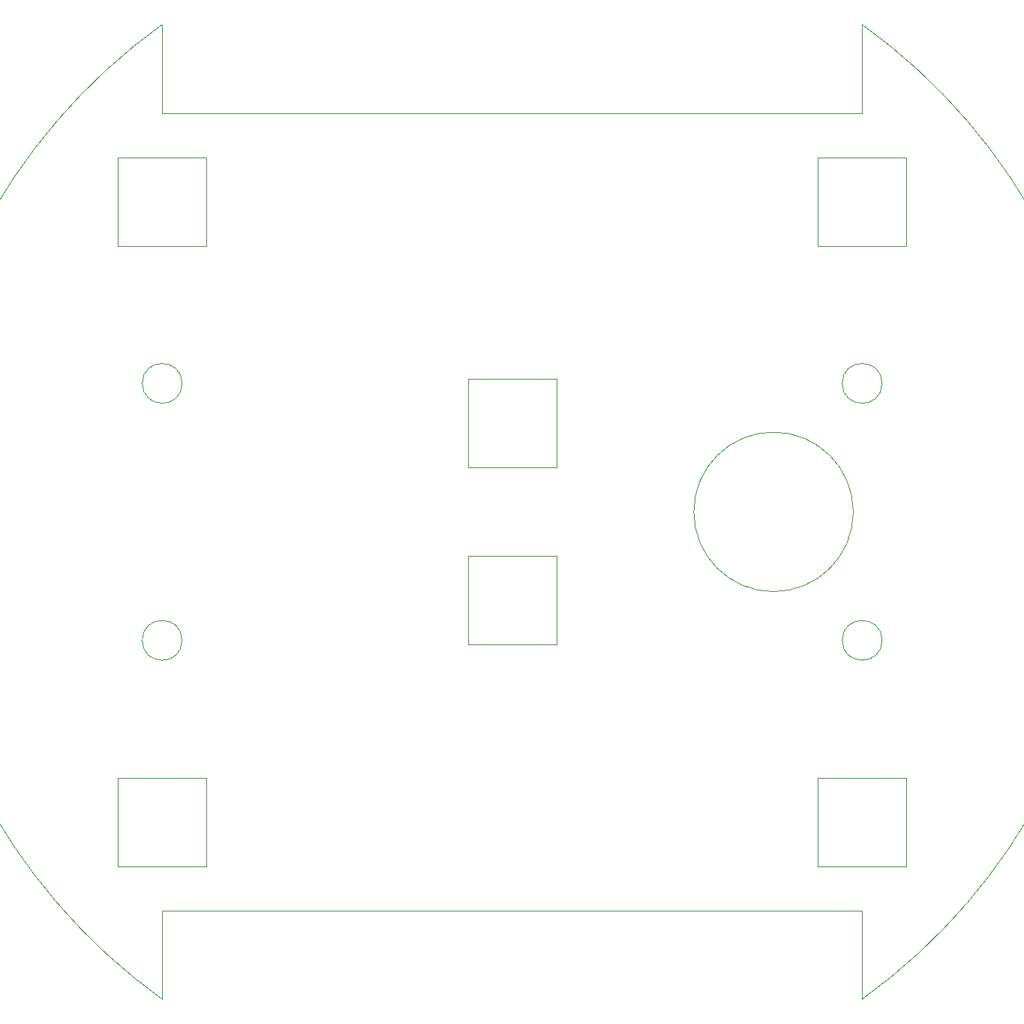
<source format=gbr>
%TF.GenerationSoftware,KiCad,Pcbnew,7.0.8*%
%TF.CreationDate,2024-03-30T18:50:20+07:00*%
%TF.ProjectId,2wd_control,3277645f-636f-46e7-9472-6f6c2e6b6963,rev?*%
%TF.SameCoordinates,Original*%
%TF.FileFunction,Profile,NP*%
%FSLAX46Y46*%
G04 Gerber Fmt 4.6, Leading zero omitted, Abs format (unit mm)*
G04 Created by KiCad (PCBNEW 7.0.8) date 2024-03-30 18:50:20*
%MOMM*%
%LPD*%
G01*
G04 APERTURE LIST*
%TA.AperFunction,Profile*%
%ADD10C,0.100000*%
%TD*%
G04 APERTURE END LIST*
D10*
X136750000Y-120500000D02*
X136750000Y-130500000D01*
X171250000Y-60500000D02*
X181250000Y-60500000D01*
X181250000Y-70500000D01*
X171250000Y-70500000D01*
X171250000Y-60500000D01*
X218000000Y-61000000D02*
G75*
G03*
X218000000Y-61000000I-2250000J0D01*
G01*
X131750000Y-35500000D02*
X141750000Y-35500000D01*
X141750000Y-45500000D01*
X131750000Y-45500000D01*
X131750000Y-35500000D01*
X215750000Y-120500000D02*
X136750000Y-120500000D01*
X136750000Y-30500000D02*
X136750000Y-20500000D01*
X136750000Y-20500000D02*
G75*
G03*
X136750000Y-130500000I39500000J-55000000D01*
G01*
X210750000Y-105500000D02*
X220750000Y-105500000D01*
X220750000Y-115500000D01*
X210750000Y-115500000D01*
X210750000Y-105500000D01*
X215750000Y-120500000D02*
X215750000Y-130500000D01*
X136750000Y-30500000D02*
X215750000Y-30500000D01*
X131750000Y-105500000D02*
X141750000Y-105500000D01*
X141750000Y-115500000D01*
X131750000Y-115500000D01*
X131750000Y-105500000D01*
X139000000Y-61000000D02*
G75*
G03*
X139000000Y-61000000I-2250000J0D01*
G01*
X214750000Y-75500000D02*
G75*
G03*
X214750000Y-75500000I-9000000J0D01*
G01*
X210750000Y-35500000D02*
X220750000Y-35500000D01*
X220750000Y-45500000D01*
X210750000Y-45500000D01*
X210750000Y-35500000D01*
X218000000Y-90000000D02*
G75*
G03*
X218000000Y-90000000I-2250000J0D01*
G01*
X215750000Y-30500000D02*
X215750000Y-20500000D01*
X139000000Y-90000000D02*
G75*
G03*
X139000000Y-90000000I-2250000J0D01*
G01*
X171250000Y-80500000D02*
X181250000Y-80500000D01*
X181250000Y-90500000D01*
X171250000Y-90500000D01*
X171250000Y-80500000D01*
X215750000Y-130500000D02*
G75*
G03*
X215750000Y-20500000I-39500000J55000000D01*
G01*
M02*

</source>
